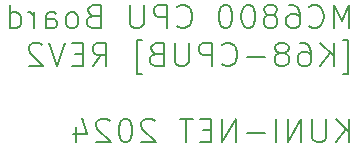
<source format=gbo>
G04 #@! TF.GenerationSoftware,KiCad,Pcbnew,9.0.0*
G04 #@! TF.CreationDate,2025-04-04T21:25:26+09:00*
G04 #@! TF.ProjectId,K68-CPUB,4b36382d-4350-4554-922e-6b696361645f,rev?*
G04 #@! TF.SameCoordinates,PX5f5e100PY8f0d180*
G04 #@! TF.FileFunction,Legend,Bot*
G04 #@! TF.FilePolarity,Positive*
%FSLAX46Y46*%
G04 Gerber Fmt 4.6, Leading zero omitted, Abs format (unit mm)*
G04 Created by KiCad (PCBNEW 9.0.0) date 2025-04-04 21:25:26*
%MOMM*%
%LPD*%
G01*
G04 APERTURE LIST*
%ADD10C,0.200000*%
G04 APERTURE END LIST*
D10*
X97892231Y13914994D02*
X97892231Y15914994D01*
X97892231Y15914994D02*
X97225564Y14486423D01*
X97225564Y14486423D02*
X96558898Y15914994D01*
X96558898Y15914994D02*
X96558898Y13914994D01*
X94463660Y14105471D02*
X94558898Y14010232D01*
X94558898Y14010232D02*
X94844612Y13914994D01*
X94844612Y13914994D02*
X95035088Y13914994D01*
X95035088Y13914994D02*
X95320803Y14010232D01*
X95320803Y14010232D02*
X95511279Y14200709D01*
X95511279Y14200709D02*
X95606517Y14391185D01*
X95606517Y14391185D02*
X95701755Y14772137D01*
X95701755Y14772137D02*
X95701755Y15057852D01*
X95701755Y15057852D02*
X95606517Y15438804D01*
X95606517Y15438804D02*
X95511279Y15629280D01*
X95511279Y15629280D02*
X95320803Y15819756D01*
X95320803Y15819756D02*
X95035088Y15914994D01*
X95035088Y15914994D02*
X94844612Y15914994D01*
X94844612Y15914994D02*
X94558898Y15819756D01*
X94558898Y15819756D02*
X94463660Y15724518D01*
X92749374Y15914994D02*
X93130327Y15914994D01*
X93130327Y15914994D02*
X93320803Y15819756D01*
X93320803Y15819756D02*
X93416041Y15724518D01*
X93416041Y15724518D02*
X93606517Y15438804D01*
X93606517Y15438804D02*
X93701755Y15057852D01*
X93701755Y15057852D02*
X93701755Y14295947D01*
X93701755Y14295947D02*
X93606517Y14105471D01*
X93606517Y14105471D02*
X93511279Y14010232D01*
X93511279Y14010232D02*
X93320803Y13914994D01*
X93320803Y13914994D02*
X92939850Y13914994D01*
X92939850Y13914994D02*
X92749374Y14010232D01*
X92749374Y14010232D02*
X92654136Y14105471D01*
X92654136Y14105471D02*
X92558898Y14295947D01*
X92558898Y14295947D02*
X92558898Y14772137D01*
X92558898Y14772137D02*
X92654136Y14962613D01*
X92654136Y14962613D02*
X92749374Y15057852D01*
X92749374Y15057852D02*
X92939850Y15153090D01*
X92939850Y15153090D02*
X93320803Y15153090D01*
X93320803Y15153090D02*
X93511279Y15057852D01*
X93511279Y15057852D02*
X93606517Y14962613D01*
X93606517Y14962613D02*
X93701755Y14772137D01*
X91416041Y15057852D02*
X91606517Y15153090D01*
X91606517Y15153090D02*
X91701755Y15248328D01*
X91701755Y15248328D02*
X91796993Y15438804D01*
X91796993Y15438804D02*
X91796993Y15534042D01*
X91796993Y15534042D02*
X91701755Y15724518D01*
X91701755Y15724518D02*
X91606517Y15819756D01*
X91606517Y15819756D02*
X91416041Y15914994D01*
X91416041Y15914994D02*
X91035088Y15914994D01*
X91035088Y15914994D02*
X90844612Y15819756D01*
X90844612Y15819756D02*
X90749374Y15724518D01*
X90749374Y15724518D02*
X90654136Y15534042D01*
X90654136Y15534042D02*
X90654136Y15438804D01*
X90654136Y15438804D02*
X90749374Y15248328D01*
X90749374Y15248328D02*
X90844612Y15153090D01*
X90844612Y15153090D02*
X91035088Y15057852D01*
X91035088Y15057852D02*
X91416041Y15057852D01*
X91416041Y15057852D02*
X91606517Y14962613D01*
X91606517Y14962613D02*
X91701755Y14867375D01*
X91701755Y14867375D02*
X91796993Y14676899D01*
X91796993Y14676899D02*
X91796993Y14295947D01*
X91796993Y14295947D02*
X91701755Y14105471D01*
X91701755Y14105471D02*
X91606517Y14010232D01*
X91606517Y14010232D02*
X91416041Y13914994D01*
X91416041Y13914994D02*
X91035088Y13914994D01*
X91035088Y13914994D02*
X90844612Y14010232D01*
X90844612Y14010232D02*
X90749374Y14105471D01*
X90749374Y14105471D02*
X90654136Y14295947D01*
X90654136Y14295947D02*
X90654136Y14676899D01*
X90654136Y14676899D02*
X90749374Y14867375D01*
X90749374Y14867375D02*
X90844612Y14962613D01*
X90844612Y14962613D02*
X91035088Y15057852D01*
X89416041Y15914994D02*
X89225564Y15914994D01*
X89225564Y15914994D02*
X89035088Y15819756D01*
X89035088Y15819756D02*
X88939850Y15724518D01*
X88939850Y15724518D02*
X88844612Y15534042D01*
X88844612Y15534042D02*
X88749374Y15153090D01*
X88749374Y15153090D02*
X88749374Y14676899D01*
X88749374Y14676899D02*
X88844612Y14295947D01*
X88844612Y14295947D02*
X88939850Y14105471D01*
X88939850Y14105471D02*
X89035088Y14010232D01*
X89035088Y14010232D02*
X89225564Y13914994D01*
X89225564Y13914994D02*
X89416041Y13914994D01*
X89416041Y13914994D02*
X89606517Y14010232D01*
X89606517Y14010232D02*
X89701755Y14105471D01*
X89701755Y14105471D02*
X89796993Y14295947D01*
X89796993Y14295947D02*
X89892231Y14676899D01*
X89892231Y14676899D02*
X89892231Y15153090D01*
X89892231Y15153090D02*
X89796993Y15534042D01*
X89796993Y15534042D02*
X89701755Y15724518D01*
X89701755Y15724518D02*
X89606517Y15819756D01*
X89606517Y15819756D02*
X89416041Y15914994D01*
X87511279Y15914994D02*
X87320802Y15914994D01*
X87320802Y15914994D02*
X87130326Y15819756D01*
X87130326Y15819756D02*
X87035088Y15724518D01*
X87035088Y15724518D02*
X86939850Y15534042D01*
X86939850Y15534042D02*
X86844612Y15153090D01*
X86844612Y15153090D02*
X86844612Y14676899D01*
X86844612Y14676899D02*
X86939850Y14295947D01*
X86939850Y14295947D02*
X87035088Y14105471D01*
X87035088Y14105471D02*
X87130326Y14010232D01*
X87130326Y14010232D02*
X87320802Y13914994D01*
X87320802Y13914994D02*
X87511279Y13914994D01*
X87511279Y13914994D02*
X87701755Y14010232D01*
X87701755Y14010232D02*
X87796993Y14105471D01*
X87796993Y14105471D02*
X87892231Y14295947D01*
X87892231Y14295947D02*
X87987469Y14676899D01*
X87987469Y14676899D02*
X87987469Y15153090D01*
X87987469Y15153090D02*
X87892231Y15534042D01*
X87892231Y15534042D02*
X87796993Y15724518D01*
X87796993Y15724518D02*
X87701755Y15819756D01*
X87701755Y15819756D02*
X87511279Y15914994D01*
X83320802Y14105471D02*
X83416040Y14010232D01*
X83416040Y14010232D02*
X83701754Y13914994D01*
X83701754Y13914994D02*
X83892230Y13914994D01*
X83892230Y13914994D02*
X84177945Y14010232D01*
X84177945Y14010232D02*
X84368421Y14200709D01*
X84368421Y14200709D02*
X84463659Y14391185D01*
X84463659Y14391185D02*
X84558897Y14772137D01*
X84558897Y14772137D02*
X84558897Y15057852D01*
X84558897Y15057852D02*
X84463659Y15438804D01*
X84463659Y15438804D02*
X84368421Y15629280D01*
X84368421Y15629280D02*
X84177945Y15819756D01*
X84177945Y15819756D02*
X83892230Y15914994D01*
X83892230Y15914994D02*
X83701754Y15914994D01*
X83701754Y15914994D02*
X83416040Y15819756D01*
X83416040Y15819756D02*
X83320802Y15724518D01*
X82463659Y13914994D02*
X82463659Y15914994D01*
X82463659Y15914994D02*
X81701754Y15914994D01*
X81701754Y15914994D02*
X81511278Y15819756D01*
X81511278Y15819756D02*
X81416040Y15724518D01*
X81416040Y15724518D02*
X81320802Y15534042D01*
X81320802Y15534042D02*
X81320802Y15248328D01*
X81320802Y15248328D02*
X81416040Y15057852D01*
X81416040Y15057852D02*
X81511278Y14962613D01*
X81511278Y14962613D02*
X81701754Y14867375D01*
X81701754Y14867375D02*
X82463659Y14867375D01*
X80463659Y15914994D02*
X80463659Y14295947D01*
X80463659Y14295947D02*
X80368421Y14105471D01*
X80368421Y14105471D02*
X80273183Y14010232D01*
X80273183Y14010232D02*
X80082707Y13914994D01*
X80082707Y13914994D02*
X79701754Y13914994D01*
X79701754Y13914994D02*
X79511278Y14010232D01*
X79511278Y14010232D02*
X79416040Y14105471D01*
X79416040Y14105471D02*
X79320802Y14295947D01*
X79320802Y14295947D02*
X79320802Y15914994D01*
X76177944Y14962613D02*
X75892230Y14867375D01*
X75892230Y14867375D02*
X75796992Y14772137D01*
X75796992Y14772137D02*
X75701754Y14581661D01*
X75701754Y14581661D02*
X75701754Y14295947D01*
X75701754Y14295947D02*
X75796992Y14105471D01*
X75796992Y14105471D02*
X75892230Y14010232D01*
X75892230Y14010232D02*
X76082706Y13914994D01*
X76082706Y13914994D02*
X76844611Y13914994D01*
X76844611Y13914994D02*
X76844611Y15914994D01*
X76844611Y15914994D02*
X76177944Y15914994D01*
X76177944Y15914994D02*
X75987468Y15819756D01*
X75987468Y15819756D02*
X75892230Y15724518D01*
X75892230Y15724518D02*
X75796992Y15534042D01*
X75796992Y15534042D02*
X75796992Y15343566D01*
X75796992Y15343566D02*
X75892230Y15153090D01*
X75892230Y15153090D02*
X75987468Y15057852D01*
X75987468Y15057852D02*
X76177944Y14962613D01*
X76177944Y14962613D02*
X76844611Y14962613D01*
X74558897Y13914994D02*
X74749373Y14010232D01*
X74749373Y14010232D02*
X74844611Y14105471D01*
X74844611Y14105471D02*
X74939849Y14295947D01*
X74939849Y14295947D02*
X74939849Y14867375D01*
X74939849Y14867375D02*
X74844611Y15057852D01*
X74844611Y15057852D02*
X74749373Y15153090D01*
X74749373Y15153090D02*
X74558897Y15248328D01*
X74558897Y15248328D02*
X74273182Y15248328D01*
X74273182Y15248328D02*
X74082706Y15153090D01*
X74082706Y15153090D02*
X73987468Y15057852D01*
X73987468Y15057852D02*
X73892230Y14867375D01*
X73892230Y14867375D02*
X73892230Y14295947D01*
X73892230Y14295947D02*
X73987468Y14105471D01*
X73987468Y14105471D02*
X74082706Y14010232D01*
X74082706Y14010232D02*
X74273182Y13914994D01*
X74273182Y13914994D02*
X74558897Y13914994D01*
X72177944Y13914994D02*
X72177944Y14962613D01*
X72177944Y14962613D02*
X72273182Y15153090D01*
X72273182Y15153090D02*
X72463658Y15248328D01*
X72463658Y15248328D02*
X72844611Y15248328D01*
X72844611Y15248328D02*
X73035087Y15153090D01*
X72177944Y14010232D02*
X72368420Y13914994D01*
X72368420Y13914994D02*
X72844611Y13914994D01*
X72844611Y13914994D02*
X73035087Y14010232D01*
X73035087Y14010232D02*
X73130325Y14200709D01*
X73130325Y14200709D02*
X73130325Y14391185D01*
X73130325Y14391185D02*
X73035087Y14581661D01*
X73035087Y14581661D02*
X72844611Y14676899D01*
X72844611Y14676899D02*
X72368420Y14676899D01*
X72368420Y14676899D02*
X72177944Y14772137D01*
X71225563Y13914994D02*
X71225563Y15248328D01*
X71225563Y14867375D02*
X71130325Y15057852D01*
X71130325Y15057852D02*
X71035087Y15153090D01*
X71035087Y15153090D02*
X70844611Y15248328D01*
X70844611Y15248328D02*
X70654134Y15248328D01*
X69130325Y13914994D02*
X69130325Y15914994D01*
X69130325Y14010232D02*
X69320801Y13914994D01*
X69320801Y13914994D02*
X69701754Y13914994D01*
X69701754Y13914994D02*
X69892230Y14010232D01*
X69892230Y14010232D02*
X69987468Y14105471D01*
X69987468Y14105471D02*
X70082706Y14295947D01*
X70082706Y14295947D02*
X70082706Y14867375D01*
X70082706Y14867375D02*
X69987468Y15057852D01*
X69987468Y15057852D02*
X69892230Y15153090D01*
X69892230Y15153090D02*
X69701754Y15248328D01*
X69701754Y15248328D02*
X69320801Y15248328D01*
X69320801Y15248328D02*
X69130325Y15153090D01*
X97320802Y10028440D02*
X97796993Y10028440D01*
X97796993Y10028440D02*
X97796993Y12885583D01*
X97796993Y12885583D02*
X97320802Y12885583D01*
X96558898Y10695106D02*
X96558898Y12695106D01*
X95416041Y10695106D02*
X96273184Y11837964D01*
X95416041Y12695106D02*
X96558898Y11552249D01*
X93701755Y12695106D02*
X94082708Y12695106D01*
X94082708Y12695106D02*
X94273184Y12599868D01*
X94273184Y12599868D02*
X94368422Y12504630D01*
X94368422Y12504630D02*
X94558898Y12218916D01*
X94558898Y12218916D02*
X94654136Y11837964D01*
X94654136Y11837964D02*
X94654136Y11076059D01*
X94654136Y11076059D02*
X94558898Y10885583D01*
X94558898Y10885583D02*
X94463660Y10790344D01*
X94463660Y10790344D02*
X94273184Y10695106D01*
X94273184Y10695106D02*
X93892231Y10695106D01*
X93892231Y10695106D02*
X93701755Y10790344D01*
X93701755Y10790344D02*
X93606517Y10885583D01*
X93606517Y10885583D02*
X93511279Y11076059D01*
X93511279Y11076059D02*
X93511279Y11552249D01*
X93511279Y11552249D02*
X93606517Y11742725D01*
X93606517Y11742725D02*
X93701755Y11837964D01*
X93701755Y11837964D02*
X93892231Y11933202D01*
X93892231Y11933202D02*
X94273184Y11933202D01*
X94273184Y11933202D02*
X94463660Y11837964D01*
X94463660Y11837964D02*
X94558898Y11742725D01*
X94558898Y11742725D02*
X94654136Y11552249D01*
X92368422Y11837964D02*
X92558898Y11933202D01*
X92558898Y11933202D02*
X92654136Y12028440D01*
X92654136Y12028440D02*
X92749374Y12218916D01*
X92749374Y12218916D02*
X92749374Y12314154D01*
X92749374Y12314154D02*
X92654136Y12504630D01*
X92654136Y12504630D02*
X92558898Y12599868D01*
X92558898Y12599868D02*
X92368422Y12695106D01*
X92368422Y12695106D02*
X91987469Y12695106D01*
X91987469Y12695106D02*
X91796993Y12599868D01*
X91796993Y12599868D02*
X91701755Y12504630D01*
X91701755Y12504630D02*
X91606517Y12314154D01*
X91606517Y12314154D02*
X91606517Y12218916D01*
X91606517Y12218916D02*
X91701755Y12028440D01*
X91701755Y12028440D02*
X91796993Y11933202D01*
X91796993Y11933202D02*
X91987469Y11837964D01*
X91987469Y11837964D02*
X92368422Y11837964D01*
X92368422Y11837964D02*
X92558898Y11742725D01*
X92558898Y11742725D02*
X92654136Y11647487D01*
X92654136Y11647487D02*
X92749374Y11457011D01*
X92749374Y11457011D02*
X92749374Y11076059D01*
X92749374Y11076059D02*
X92654136Y10885583D01*
X92654136Y10885583D02*
X92558898Y10790344D01*
X92558898Y10790344D02*
X92368422Y10695106D01*
X92368422Y10695106D02*
X91987469Y10695106D01*
X91987469Y10695106D02*
X91796993Y10790344D01*
X91796993Y10790344D02*
X91701755Y10885583D01*
X91701755Y10885583D02*
X91606517Y11076059D01*
X91606517Y11076059D02*
X91606517Y11457011D01*
X91606517Y11457011D02*
X91701755Y11647487D01*
X91701755Y11647487D02*
X91796993Y11742725D01*
X91796993Y11742725D02*
X91987469Y11837964D01*
X90749374Y11457011D02*
X89225565Y11457011D01*
X87130327Y10885583D02*
X87225565Y10790344D01*
X87225565Y10790344D02*
X87511279Y10695106D01*
X87511279Y10695106D02*
X87701755Y10695106D01*
X87701755Y10695106D02*
X87987470Y10790344D01*
X87987470Y10790344D02*
X88177946Y10980821D01*
X88177946Y10980821D02*
X88273184Y11171297D01*
X88273184Y11171297D02*
X88368422Y11552249D01*
X88368422Y11552249D02*
X88368422Y11837964D01*
X88368422Y11837964D02*
X88273184Y12218916D01*
X88273184Y12218916D02*
X88177946Y12409392D01*
X88177946Y12409392D02*
X87987470Y12599868D01*
X87987470Y12599868D02*
X87701755Y12695106D01*
X87701755Y12695106D02*
X87511279Y12695106D01*
X87511279Y12695106D02*
X87225565Y12599868D01*
X87225565Y12599868D02*
X87130327Y12504630D01*
X86273184Y10695106D02*
X86273184Y12695106D01*
X86273184Y12695106D02*
X85511279Y12695106D01*
X85511279Y12695106D02*
X85320803Y12599868D01*
X85320803Y12599868D02*
X85225565Y12504630D01*
X85225565Y12504630D02*
X85130327Y12314154D01*
X85130327Y12314154D02*
X85130327Y12028440D01*
X85130327Y12028440D02*
X85225565Y11837964D01*
X85225565Y11837964D02*
X85320803Y11742725D01*
X85320803Y11742725D02*
X85511279Y11647487D01*
X85511279Y11647487D02*
X86273184Y11647487D01*
X84273184Y12695106D02*
X84273184Y11076059D01*
X84273184Y11076059D02*
X84177946Y10885583D01*
X84177946Y10885583D02*
X84082708Y10790344D01*
X84082708Y10790344D02*
X83892232Y10695106D01*
X83892232Y10695106D02*
X83511279Y10695106D01*
X83511279Y10695106D02*
X83320803Y10790344D01*
X83320803Y10790344D02*
X83225565Y10885583D01*
X83225565Y10885583D02*
X83130327Y11076059D01*
X83130327Y11076059D02*
X83130327Y12695106D01*
X81511279Y11742725D02*
X81225565Y11647487D01*
X81225565Y11647487D02*
X81130327Y11552249D01*
X81130327Y11552249D02*
X81035089Y11361773D01*
X81035089Y11361773D02*
X81035089Y11076059D01*
X81035089Y11076059D02*
X81130327Y10885583D01*
X81130327Y10885583D02*
X81225565Y10790344D01*
X81225565Y10790344D02*
X81416041Y10695106D01*
X81416041Y10695106D02*
X82177946Y10695106D01*
X82177946Y10695106D02*
X82177946Y12695106D01*
X82177946Y12695106D02*
X81511279Y12695106D01*
X81511279Y12695106D02*
X81320803Y12599868D01*
X81320803Y12599868D02*
X81225565Y12504630D01*
X81225565Y12504630D02*
X81130327Y12314154D01*
X81130327Y12314154D02*
X81130327Y12123678D01*
X81130327Y12123678D02*
X81225565Y11933202D01*
X81225565Y11933202D02*
X81320803Y11837964D01*
X81320803Y11837964D02*
X81511279Y11742725D01*
X81511279Y11742725D02*
X82177946Y11742725D01*
X80368422Y10028440D02*
X79892232Y10028440D01*
X79892232Y10028440D02*
X79892232Y12885583D01*
X79892232Y12885583D02*
X80368422Y12885583D01*
X76177946Y10695106D02*
X76844613Y11647487D01*
X77320803Y10695106D02*
X77320803Y12695106D01*
X77320803Y12695106D02*
X76558898Y12695106D01*
X76558898Y12695106D02*
X76368422Y12599868D01*
X76368422Y12599868D02*
X76273184Y12504630D01*
X76273184Y12504630D02*
X76177946Y12314154D01*
X76177946Y12314154D02*
X76177946Y12028440D01*
X76177946Y12028440D02*
X76273184Y11837964D01*
X76273184Y11837964D02*
X76368422Y11742725D01*
X76368422Y11742725D02*
X76558898Y11647487D01*
X76558898Y11647487D02*
X77320803Y11647487D01*
X75320803Y11742725D02*
X74654136Y11742725D01*
X74368422Y10695106D02*
X75320803Y10695106D01*
X75320803Y10695106D02*
X75320803Y12695106D01*
X75320803Y12695106D02*
X74368422Y12695106D01*
X73796993Y12695106D02*
X73130327Y10695106D01*
X73130327Y10695106D02*
X72463660Y12695106D01*
X71892231Y12504630D02*
X71796993Y12599868D01*
X71796993Y12599868D02*
X71606517Y12695106D01*
X71606517Y12695106D02*
X71130326Y12695106D01*
X71130326Y12695106D02*
X70939850Y12599868D01*
X70939850Y12599868D02*
X70844612Y12504630D01*
X70844612Y12504630D02*
X70749374Y12314154D01*
X70749374Y12314154D02*
X70749374Y12123678D01*
X70749374Y12123678D02*
X70844612Y11837964D01*
X70844612Y11837964D02*
X71987469Y10695106D01*
X71987469Y10695106D02*
X70749374Y10695106D01*
X97892231Y4255330D02*
X97892231Y6255330D01*
X96749374Y4255330D02*
X97606517Y5398188D01*
X96749374Y6255330D02*
X97892231Y5112473D01*
X95892231Y6255330D02*
X95892231Y4636283D01*
X95892231Y4636283D02*
X95796993Y4445807D01*
X95796993Y4445807D02*
X95701755Y4350568D01*
X95701755Y4350568D02*
X95511279Y4255330D01*
X95511279Y4255330D02*
X95130326Y4255330D01*
X95130326Y4255330D02*
X94939850Y4350568D01*
X94939850Y4350568D02*
X94844612Y4445807D01*
X94844612Y4445807D02*
X94749374Y4636283D01*
X94749374Y4636283D02*
X94749374Y6255330D01*
X93796993Y4255330D02*
X93796993Y6255330D01*
X93796993Y6255330D02*
X92654136Y4255330D01*
X92654136Y4255330D02*
X92654136Y6255330D01*
X91701755Y4255330D02*
X91701755Y6255330D01*
X90749374Y5017235D02*
X89225565Y5017235D01*
X88273184Y4255330D02*
X88273184Y6255330D01*
X88273184Y6255330D02*
X87130327Y4255330D01*
X87130327Y4255330D02*
X87130327Y6255330D01*
X86177946Y5302949D02*
X85511279Y5302949D01*
X85225565Y4255330D02*
X86177946Y4255330D01*
X86177946Y4255330D02*
X86177946Y6255330D01*
X86177946Y6255330D02*
X85225565Y6255330D01*
X84654136Y6255330D02*
X83511279Y6255330D01*
X84082708Y4255330D02*
X84082708Y6255330D01*
X81416040Y6064854D02*
X81320802Y6160092D01*
X81320802Y6160092D02*
X81130326Y6255330D01*
X81130326Y6255330D02*
X80654135Y6255330D01*
X80654135Y6255330D02*
X80463659Y6160092D01*
X80463659Y6160092D02*
X80368421Y6064854D01*
X80368421Y6064854D02*
X80273183Y5874378D01*
X80273183Y5874378D02*
X80273183Y5683902D01*
X80273183Y5683902D02*
X80368421Y5398188D01*
X80368421Y5398188D02*
X81511278Y4255330D01*
X81511278Y4255330D02*
X80273183Y4255330D01*
X79035088Y6255330D02*
X78844611Y6255330D01*
X78844611Y6255330D02*
X78654135Y6160092D01*
X78654135Y6160092D02*
X78558897Y6064854D01*
X78558897Y6064854D02*
X78463659Y5874378D01*
X78463659Y5874378D02*
X78368421Y5493426D01*
X78368421Y5493426D02*
X78368421Y5017235D01*
X78368421Y5017235D02*
X78463659Y4636283D01*
X78463659Y4636283D02*
X78558897Y4445807D01*
X78558897Y4445807D02*
X78654135Y4350568D01*
X78654135Y4350568D02*
X78844611Y4255330D01*
X78844611Y4255330D02*
X79035088Y4255330D01*
X79035088Y4255330D02*
X79225564Y4350568D01*
X79225564Y4350568D02*
X79320802Y4445807D01*
X79320802Y4445807D02*
X79416040Y4636283D01*
X79416040Y4636283D02*
X79511278Y5017235D01*
X79511278Y5017235D02*
X79511278Y5493426D01*
X79511278Y5493426D02*
X79416040Y5874378D01*
X79416040Y5874378D02*
X79320802Y6064854D01*
X79320802Y6064854D02*
X79225564Y6160092D01*
X79225564Y6160092D02*
X79035088Y6255330D01*
X77606516Y6064854D02*
X77511278Y6160092D01*
X77511278Y6160092D02*
X77320802Y6255330D01*
X77320802Y6255330D02*
X76844611Y6255330D01*
X76844611Y6255330D02*
X76654135Y6160092D01*
X76654135Y6160092D02*
X76558897Y6064854D01*
X76558897Y6064854D02*
X76463659Y5874378D01*
X76463659Y5874378D02*
X76463659Y5683902D01*
X76463659Y5683902D02*
X76558897Y5398188D01*
X76558897Y5398188D02*
X77701754Y4255330D01*
X77701754Y4255330D02*
X76463659Y4255330D01*
X74749373Y5588664D02*
X74749373Y4255330D01*
X75225564Y6350568D02*
X75701754Y4921997D01*
X75701754Y4921997D02*
X74463659Y4921997D01*
M02*

</source>
